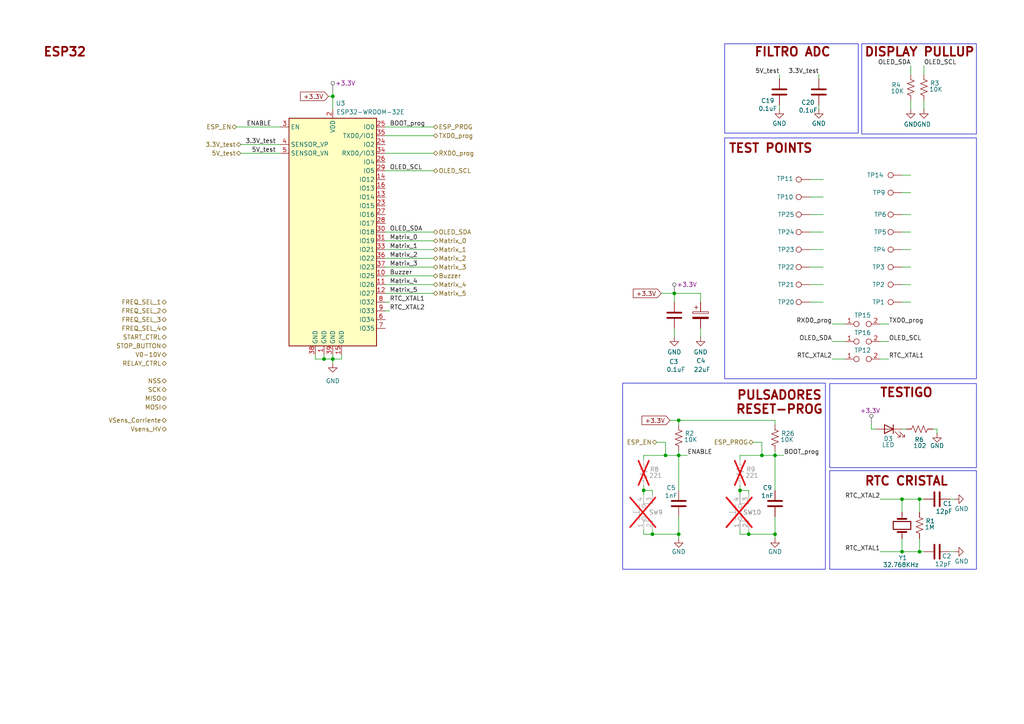
<source format=kicad_sch>
(kicad_sch (version 20250114) (generator "eeschema") (generator_version "9.0")
  (paper "A4")
  (lib_symbols
    (symbol "Connector:TestPoint" (pin_numbers (hide yes)) (pin_names (offset 0.762) (hide yes))
      (property "Reference" "TP" (at 0 6.858 0))
      (property "Value" "TestPoint" (at 0 5.08 0))
      (symbol "TestPoint_0_1"
        (circle (center 0 3.302) (radius 0.762))
      )
      (symbol "TestPoint_1_1"
        (pin passive line (at 0 0 90) (length 2.54) (name "1") (number "1"))
      )
    )
    (symbol "Connector:TestPoint_2Pole" (pin_names (offset 0.762) (hide yes))
      (property "Reference" "TP" (at 0 1.524 0))
      (property "Value" "TestPoint_2Pole" (at 0 -1.778 0))
      (symbol "TestPoint_2Pole_0_1"
        (circle (center -1.778 0) (radius 0.762))
        (circle (center 1.778 0) (radius 0.762))
        (pin passive line (at -5.08 0 0) (length 2.54) (name "1") (number "1"))
        (pin passive line (at 5.08 0 180) (length 2.54) (name "2") (number "2"))
      )
    )
    (symbol "Device:C" (pin_numbers (hide yes)) (pin_names (offset 0.254))
      (property "Reference" "C" (at 0.635 2.54 0))
      (property "Value" "C" (at 0.635 -2.54 0))
      (symbol "C_0_1"
        (polyline (pts (xy -2.032 0.762) (xy 2.032 0.762)) (stroke (width 0.508)))
        (polyline (pts (xy -2.032 -0.762) (xy 2.032 -0.762)) (stroke (width 0.508)))
      )
      (symbol "C_1_1"
        (pin passive line (at 0 3.81 270) (length 2.794) (name "~") (number "1"))
        (pin passive line (at 0 -3.81 90) (length 2.794) (name "~") (number "2"))
      )
    )
    (symbol "Device:C_Polarized" (pin_numbers (hide yes)) (pin_names (offset 0.254))
      (property "Reference" "C" (at 0.635 2.54 0))
      (property "Value" "C_Polarized" (at 0.635 -2.54 0))
      (symbol "C_Polarized_0_1"
        (rectangle (start -2.286 0.508) (end 2.286 1.016))
        (polyline (pts (xy -1.778 2.286) (xy -0.762 2.286)))
        (polyline (pts (xy -1.27 2.794) (xy -1.27 1.778)))
        (rectangle (start 2.286 -0.508) (end -2.286 -1.016) (fill (type outline)))
      )
      (symbol "C_Polarized_1_1"
        (pin passive line (at 0 3.81 270) (length 2.794) (name "~") (number "1"))
        (pin passive line (at 0 -3.81 90) (length 2.794) (name "~") (number "2"))
      )
    )
    (symbol "Device:Crystal" (pin_numbers (hide yes)) (pin_names (offset 1.016) (hide yes))
      (property "Reference" "Y" (at 0 3.81 0))
      (property "Value" "Crystal" (at 0 -3.81 0))
      (symbol "Crystal_0_1"
        (polyline (pts (xy -2.54 0) (xy -1.905 0)))
        (polyline (pts (xy -1.905 -1.27) (xy -1.905 1.27)) (stroke (width 0.508)))
        (rectangle (start -1.143 2.54) (end 1.143 -2.54) (stroke (width 0.3048)))
        (polyline (pts (xy 1.905 -1.27) (xy 1.905 1.27)) (stroke (width 0.508)))
        (polyline (pts (xy 2.54 0) (xy 1.905 0)))
      )
      (symbol "Crystal_1_1"
        (pin passive line (at -3.81 0 0) (length 1.27) (name "1") (number "1"))
        (pin passive line (at 3.81 0 180) (length 1.27) (name "2") (number "2"))
      )
    )
    (symbol "Device:LED" (pin_numbers (hide yes)) (pin_names (offset 1.016) (hide yes))
      (property "Reference" "D" (at 0 2.54 0))
      (property "Value" "LED" (at 0 -2.54 0))
      (symbol "LED_0_1"
        (polyline (pts (xy -3.048 -0.762) (xy -4.572 -2.286) (xy -3.81 -2.286) (xy -4.572 -2.286) (xy -4.572 -1.524)))
        (polyline (pts (xy -1.778 -0.762) (xy -3.302 -2.286) (xy -2.54 -2.286) (xy -3.302 -2.286) (xy -3.302 -1.524)))
        (polyline (pts (xy -1.27 0) (xy 1.27 0)))
        (polyline (pts (xy -1.27 -1.27) (xy -1.27 1.27)) (stroke (width 0.254)))
        (polyline (pts (xy 1.27 -1.27) (xy 1.27 1.27) (xy -1.27 0) (xy 1.27 -1.27)) (stroke (width 0.254)))
      )
      (symbol "LED_1_1"
        (pin passive line (at -3.81 0 0) (length 2.54) (name "K") (number "1"))
        (pin passive line (at 3.81 0 180) (length 2.54) (name "A") (number "2"))
      )
    )
    (symbol "Device:R_US" (pin_numbers (hide yes)) (pin_names (offset 0))
      (property "Reference" "R" (at 2.54 0 90))
      (property "Value" "R_US" (at -2.54 0 90))
      (symbol "R_US_0_1"
        (polyline (pts (xy 0 2.286) (xy 0 2.54)))
        (polyline (pts (xy 0 2.286) (xy 1.016 1.905) (xy 0 1.524) (xy -1.016 1.143) (xy 0 0.762)))
        (polyline (pts (xy 0 0.762) (xy 1.016 0.381) (xy 0 0) (xy -1.016 -0.381) (xy 0 -0.762)))
        (polyline (pts (xy 0 -0.762) (xy 1.016 -1.143) (xy 0 -1.524) (xy -1.016 -1.905) (xy 0 -2.286)))
        (polyline (pts (xy 0 -2.286) (xy 0 -2.54)))
      )
      (symbol "R_US_1_1"
        (pin passive line (at 0 3.81 270) (length 1.27) (name "~") (number "1"))
        (pin passive line (at 0 -3.81 90) (length 1.27) (name "~") (number "2"))
      )
    )
    (symbol "RF_Module:ESP32-WROOM-32E"
      (property "Reference" "U3" (at 2.1433 38.1 0))
      (property "Value" "ESP32-WROOM-32E" (at 2.1433 35.56 0))
      (symbol "ESP32-WROOM-32E_0_1"
        (rectangle (start -12.7 33.02) (end 12.7 -33.02) (stroke (width 0.254)) (fill (type background)))
      )
      (symbol "ESP32-WROOM-32E_1_1"
        (pin input line (at -15.24 30.48 0) (length 2.54) (name "EN") (number "3"))
        (pin input line (at -15.24 25.4 0) (length 2.54) (name "SENSOR_VP") (number "4"))
        (pin input line (at -15.24 22.86 0) (length 2.54) (name "SENSOR_VN") (number "5"))
        (pin no_connect line (at -12.7 0 0) (length 2.54) (hide yes) (name "NC") (number "21"))
        (pin no_connect line (at -12.7 -2.54 0) (length 2.54) (hide yes) (name "NC") (number "22"))
        (pin no_connect line (at -12.7 -5.08 0) (length 2.54) (hide yes) (name "NC") (number "17"))
        (pin no_connect line (at -12.7 -7.62 0) (length 2.54) (hide yes) (name "NC") (number "18"))
        (pin no_connect line (at -12.7 -10.16 0) (length 2.54) (hide yes) (name "NC") (number "20"))
        (pin no_connect line (at -12.7 -12.7 0) (length 2.54) (hide yes) (name "NC") (number "19"))
        (pin no_connect line (at -12.7 -27.94 0) (length 2.54) (hide yes) (name "NC") (number "32"))
        (pin passive line (at -5.08 -35.56 90) (length 2.54) (name "GND") (number "38"))
        (pin power_in line (at -2.54 -35.56 90) (length 2.54) (name "GND") (number "1"))
        (pin power_in line (at 0 35.56 270) (length 2.54) (name "VDD") (number "2"))
        (pin passive line (at 0 -35.56 90) (length 2.54) (name "GND") (number "39"))
        (pin passive line (at 2.54 -35.56 90) (length 2.54) (name "GND") (number "15"))
        (pin bidirectional line (at 15.24 30.48 180) (length 2.54) (name "IO0") (number "25"))
        (pin bidirectional line (at 15.24 27.94 180) (length 2.54) (name "TXD0/IO1") (number "35"))
        (pin bidirectional line (at 15.24 25.4 180) (length 2.54) (name "IO2") (number "24"))
        (pin bidirectional line (at 15.24 22.86 180) (length 2.54) (name "RXD0/IO3") (number "34"))
        (pin bidirectional line (at 15.24 20.32 180) (length 2.54) (name "IO4") (number "26"))
        (pin bidirectional line (at 15.24 17.78 180) (length 2.54) (name "IO5") (number "29"))
        (pin bidirectional line (at 15.24 15.24 180) (length 2.54) (name "IO12") (number "14"))
        (pin bidirectional line (at 15.24 12.7 180) (length 2.54) (name "IO13") (number "16"))
        (pin bidirectional line (at 15.24 10.16 180) (length 2.54) (name "IO14") (number "13"))
        (pin bidirectional line (at 15.24 7.62 180) (length 2.54) (name "IO15") (number "23"))
        (pin bidirectional line (at 15.24 5.08 180) (length 2.54) (name "IO16") (number "27"))
        (pin bidirectional line (at 15.24 2.54 180) (length 2.54) (name "IO17") (number "28"))
        (pin bidirectional line (at 15.24 0 180) (length 2.54) (name "IO18") (number "30"))
        (pin bidirectional line (at 15.24 -2.54 180) (length 2.54) (name "IO19") (number "31"))
        (pin bidirectional line (at 15.24 -5.08 180) (length 2.54) (name "IO21") (number "33"))
        (pin bidirectional line (at 15.24 -7.62 180) (length 2.54) (name "IO22") (number "36"))
        (pin bidirectional line (at 15.24 -10.16 180) (length 2.54) (name "IO23") (number "37"))
        (pin bidirectional line (at 15.24 -12.7 180) (length 2.54) (name "IO25") (number "10"))
        (pin bidirectional line (at 15.24 -15.24 180) (length 2.54) (name "IO26") (number "11"))
        (pin bidirectional line (at 15.24 -17.78 180) (length 2.54) (name "IO27") (number "12"))
        (pin bidirectional line (at 15.24 -20.32 180) (length 2.54) (name "IO32") (number "8"))
        (pin bidirectional line (at 15.24 -22.86 180) (length 2.54) (name "IO33") (number "9"))
        (pin input line (at 15.24 -25.4 180) (length 2.54) (name "IO34") (number "6"))
        (pin input line (at 15.24 -27.94 180) (length 2.54) (name "IO35") (number "7"))
      )
    )
    (symbol "Switch:SW_MEC_5E" (pin_names (offset 1.016) (hide yes))
      (property "Reference" "SW" (at 0.635 5.715 0))
      (property "Value" "SW_MEC_5E" (at 0 -3.175 0))
      (symbol "SW_MEC_5E_0_1"
        (polyline (pts (xy -2.54 0) (xy -2.54 2.54) (xy -2.286 2.54)))
        (polyline (pts (xy -2.286 3.81) (xy 2.286 3.81)))
        (circle (center -1.778 2.54) (radius 0.508))
        (polyline (pts (xy 0 3.81) (xy 0 5.588)))
        (circle (center 1.778 2.54) (radius 0.508))
        (polyline (pts (xy 2.54 0) (xy 2.54 2.54) (xy 2.286 2.54)))
        (pin passive line (at -5.08 2.54 0) (length 2.54) (name "1") (number "1"))
        (pin passive line (at -5.08 0 0) (length 2.54) (name "2") (number "2"))
        (pin passive line (at 5.08 2.54 180) (length 2.54) (name "A") (number "4"))
        (pin passive line (at 5.08 0 180) (length 2.54) (name "K") (number "3"))
      )
    )
    (symbol "power:GND" (power) (pin_numbers (hide yes)) (pin_names (offset 0) (hide yes))
      (property "Value" "GND" (at 0 -3.81 0))
      (symbol "GND_0_1"
        (polyline (pts (xy 0 0) (xy 0 -1.27) (xy 1.27 -1.27) (xy 0 -2.54) (xy -1.27 -1.27) (xy 0 -1.27)))
      )
      (symbol "GND_1_1"
        (pin power_in line (at 0 0 270) (length 0) (name "~") (number "1"))
      )
    )
  )
  (rectangle (start 249.936 12.7) (end 283.21 38.862))
  (rectangle (start 180.594 111.125) (end 239.395 165.1))
  (rectangle (start 210.185 40.005) (end 283.21 109.855))
  (rectangle (start 240.665 111.252) (end 283.21 135.636))
  (rectangle (start 210.185 12.7) (end 248.92 38.608))
  (rectangle (start 240.665 136.525) (end 283.21 165.1))
  (text "DISPLAY PULLUP" (at 266.7 15.24 0) (effects (font (size 2.54 2.54) (thickness 0.508) (bold yes))))
  (text "ESP32" (at 18.796 15.24 0) (effects (font (size 2.54 2.54) (thickness 0.508) (bold yes))))
  (text "FILTRO ADC" (at 229.87 15.24 0) (effects (font (size 2.54 2.54) (thickness 0.508) (bold yes))))
  (text "TESTIGO" (at 262.89 114.046 0) (effects (font (size 2.54 2.54) (thickness 0.508) (bold yes))))
  (text "PULSADORES\nRESET-PROG" (at 226.06 116.84 0) (effects (font (size 2.54 2.54) (thickness 0.508) (bold yes))))
  (text "TEST POINTS" (at 223.52 43.18 0) (effects (font (size 2.54 2.54) (thickness 0.508) (bold yes))))
  (text "RTC CRISTAL" (at 262.89 139.7 0) (effects (font (size 2.54 2.54) (thickness 0.508) (bold yes))))
  (junction (at 195.58 85.09))
  (junction (at 196.85 132.08))
  (junction (at 266.7 160.02))
  (junction (at 224.79 154.94))
  (junction (at 266.7 144.78))
  (junction (at 189.23 154.94))
  (junction (at 196.85 121.92))
  (junction (at 93.98 104.14))
  (junction (at 96.52 104.14))
  (junction (at 220.98 132.08))
  (junction (at 214.63 142.24))
  (junction (at 217.17 154.94))
  (junction (at 186.69 142.24))
  (junction (at 261.62 160.02))
  (junction (at 193.04 132.08))
  (junction (at 196.85 154.94))
  (junction (at 224.79 132.08))
  (junction (at 261.62 144.78))
  (junction (at 96.52 27.94))
  (wire (pts (xy 91.44 104.14) (xy 93.98 104.14)))
  (wire (pts (xy 96.52 105.41) (xy 96.52 104.14)))
  (wire (pts (xy 238.76 87.63) (xy 234.95 87.63)))
  (wire (pts (xy 214.63 132.08) (xy 220.98 132.08)))
  (wire (pts (xy 193.04 128.27) (xy 193.04 132.08)))
  (wire (pts (xy 220.98 132.08) (xy 224.79 132.08)))
  (wire (pts (xy 214.63 132.08) (xy 214.63 133.35)))
  (wire (pts (xy 189.23 154.94) (xy 196.85 154.94)))
  (wire (pts (xy 214.63 142.24) (xy 217.17 142.24)))
  (wire (pts (xy 193.04 132.08) (xy 196.85 132.08)))
  (wire (pts (xy 195.58 95.25) (xy 195.58 97.79)))
  (wire (pts (xy 224.79 132.08) (xy 227.33 132.08)))
  (wire (pts (xy 195.58 85.09) (xy 203.2 85.09)))
  (wire (pts (xy 196.85 154.94) (xy 196.85 156.21)))
  (wire (pts (xy 111.76 39.37) (xy 125.73 39.37)))
  (wire (pts (xy 266.7 160.02) (xy 267.97 160.02)))
  (wire (pts (xy 261.62 160.02) (xy 266.7 160.02)))
  (wire (pts (xy 195.58 87.63) (xy 195.58 85.09)))
  (wire (pts (xy 217.17 154.94) (xy 217.17 153.67)))
  (wire (pts (xy 93.98 104.14) (xy 96.52 104.14)))
  (wire (pts (xy 261.62 124.46) (xy 262.89 124.46)))
  (wire (pts (xy 264.16 82.55) (xy 261.62 82.55)))
  (wire (pts (xy 217.17 143.51) (xy 217.17 142.24)))
  (wire (pts (xy 214.63 154.94) (xy 217.17 154.94)))
  (wire (pts (xy 111.76 77.47) (xy 125.73 77.47)))
  (wire (pts (xy 264.16 87.63) (xy 261.62 87.63)))
  (wire (pts (xy 186.69 132.08) (xy 186.69 133.35)))
  (wire (pts (xy 111.76 36.83) (xy 125.73 36.83)))
  (wire (pts (xy 261.62 144.78) (xy 266.7 144.78)))
  (wire (pts (xy 111.76 67.31) (xy 125.73 67.31)))
  (wire (pts (xy 264.16 62.23) (xy 261.62 62.23)))
  (wire (pts (xy 241.3 93.98) (xy 245.11 93.98)))
  (wire (pts (xy 224.79 154.94) (xy 224.79 156.21)))
  (wire (pts (xy 238.76 82.55) (xy 234.95 82.55)))
  (wire (pts (xy 266.7 144.78) (xy 266.7 148.59)))
  (wire (pts (xy 111.76 49.53) (xy 125.73 49.53)))
  (wire (pts (xy 267.97 19.05) (xy 267.97 21.59)))
  (wire (pts (xy 111.76 87.63) (xy 113.03 87.63)))
  (wire (pts (xy 91.44 102.87) (xy 91.44 104.14)))
  (wire (pts (xy 99.06 102.87) (xy 99.06 104.14)))
  (wire (pts (xy 93.98 102.87) (xy 93.98 104.14)))
  (wire (pts (xy 196.85 130.81) (xy 196.85 132.08)))
  (wire (pts (xy 214.63 140.97) (xy 214.63 142.24)))
  (wire (pts (xy 275.59 160.02) (xy 276.86 160.02)))
  (wire (pts (xy 111.76 80.01) (xy 125.73 80.01)))
  (wire (pts (xy 111.76 74.93) (xy 125.73 74.93)))
  (wire (pts (xy 214.63 142.24) (xy 214.63 143.51)))
  (wire (pts (xy 218.44 128.27) (xy 220.98 128.27)))
  (wire (pts (xy 189.23 154.94) (xy 189.23 153.67)))
  (wire (pts (xy 224.79 130.81) (xy 224.79 132.08)))
  (wire (pts (xy 196.85 132.08) (xy 196.85 142.24)))
  (wire (pts (xy 191.77 85.09) (xy 195.58 85.09)))
  (wire (pts (xy 264.16 77.47) (xy 261.62 77.47)))
  (wire (pts (xy 111.76 90.17) (xy 113.03 90.17)))
  (wire (pts (xy 237.49 31.75) (xy 237.49 30.48)))
  (wire (pts (xy 238.76 77.47) (xy 234.95 77.47)))
  (wire (pts (xy 111.76 82.55) (xy 125.73 82.55)))
  (wire (pts (xy 96.52 104.14) (xy 96.52 102.87)))
  (wire (pts (xy 69.85 44.45) (xy 81.28 44.45)))
  (wire (pts (xy 255.27 160.02) (xy 261.62 160.02)))
  (wire (pts (xy 226.06 22.86) (xy 226.06 21.59)))
  (wire (pts (xy 238.76 52.07) (xy 234.95 52.07)))
  (wire (pts (xy 237.49 22.86) (xy 237.49 21.59)))
  (wire (pts (xy 186.69 140.97) (xy 186.69 142.24)))
  (wire (pts (xy 186.69 132.08) (xy 193.04 132.08)))
  (wire (pts (xy 257.81 99.06) (xy 255.27 99.06)))
  (wire (pts (xy 271.78 124.46) (xy 270.51 124.46)))
  (wire (pts (xy 264.16 50.8) (xy 261.62 50.8)))
  (wire (pts (xy 189.23 143.51) (xy 189.23 142.24)))
  (wire (pts (xy 111.76 72.39) (xy 125.73 72.39)))
  (wire (pts (xy 226.06 31.75) (xy 226.06 30.48)))
  (wire (pts (xy 271.78 125.73) (xy 271.78 124.46)))
  (wire (pts (xy 111.76 85.09) (xy 125.73 85.09)))
  (wire (pts (xy 217.17 154.94) (xy 224.79 154.94)))
  (wire (pts (xy 111.76 69.85) (xy 125.73 69.85)))
  (wire (pts (xy 264.16 55.88) (xy 261.62 55.88)))
  (wire (pts (xy 261.62 144.78) (xy 261.62 148.59)))
  (wire (pts (xy 190.5 128.27) (xy 193.04 128.27)))
  (wire (pts (xy 194.31 121.92) (xy 196.85 121.92)))
  (wire (pts (xy 266.7 156.21) (xy 266.7 160.02)))
  (wire (pts (xy 220.98 128.27) (xy 220.98 132.08)))
  (wire (pts (xy 214.63 154.94) (xy 214.63 153.67)))
  (wire (pts (xy 241.3 99.06) (xy 245.11 99.06)))
  (wire (pts (xy 186.69 142.24) (xy 189.23 142.24)))
  (wire (pts (xy 255.27 144.78) (xy 261.62 144.78)))
  (wire (pts (xy 264.16 19.05) (xy 264.16 21.59)))
  (wire (pts (xy 238.76 62.23) (xy 234.95 62.23)))
  (wire (pts (xy 196.85 149.86) (xy 196.85 154.94)))
  (wire (pts (xy 266.7 144.78) (xy 267.97 144.78)))
  (wire (pts (xy 96.52 104.14) (xy 99.06 104.14)))
  (wire (pts (xy 186.69 154.94) (xy 189.23 154.94)))
  (wire (pts (xy 252.73 123.19) (xy 252.73 124.46)))
  (wire (pts (xy 241.3 104.14) (xy 245.11 104.14)))
  (wire (pts (xy 186.69 154.94) (xy 186.69 153.67)))
  (wire (pts (xy 203.2 95.25) (xy 203.2 97.79)))
  (wire (pts (xy 261.62 156.21) (xy 261.62 160.02)))
  (wire (pts (xy 224.79 149.86) (xy 224.79 154.94)))
  (wire (pts (xy 238.76 72.39) (xy 234.95 72.39)))
  (wire (pts (xy 96.52 26.67) (xy 96.52 27.94)))
  (wire (pts (xy 224.79 132.08) (xy 224.79 142.24)))
  (wire (pts (xy 68.58 36.83) (xy 81.28 36.83)))
  (wire (pts (xy 203.2 85.09) (xy 203.2 87.63)))
  (wire (pts (xy 275.59 144.78) (xy 276.86 144.78)))
  (wire (pts (xy 257.81 104.14) (xy 255.27 104.14)))
  (wire (pts (xy 257.81 93.98) (xy 255.27 93.98)))
  (wire (pts (xy 96.52 27.94) (xy 96.52 31.75)))
  (wire (pts (xy 264.16 67.31) (xy 261.62 67.31)))
  (wire (pts (xy 252.73 124.46) (xy 254 124.46)))
  (wire (pts (xy 238.76 67.31) (xy 234.95 67.31)))
  (wire (pts (xy 196.85 121.92) (xy 196.85 123.19)))
  (wire (pts (xy 264.16 31.75) (xy 264.16 29.21)))
  (wire (pts (xy 264.16 72.39) (xy 261.62 72.39)))
  (wire (pts (xy 196.85 132.08) (xy 199.39 132.08)))
  (wire (pts (xy 224.79 123.19) (xy 224.79 121.92)))
  (wire (pts (xy 267.97 31.75) (xy 267.97 29.21)))
  (wire (pts (xy 95.25 27.94) (xy 96.52 27.94)))
  (wire (pts (xy 111.76 44.45) (xy 125.73 44.45)))
  (wire (pts (xy 186.69 142.24) (xy 186.69 143.51)))
  (wire (pts (xy 196.85 121.92) (xy 224.79 121.92)))
  (wire (pts (xy 238.76 57.15) (xy 234.95 57.15)))
  (wire (pts (xy 69.85 41.91) (xy 81.28 41.91)))
  (label "Matrix_3" (at 113.03 77.47 0))
  (label "Matrix_2" (at 113.03 74.93 0))
  (label "OLED_SCL" (at 113.03 49.53 0))
  (label "RTC_XTAL2" (at 241.3 104.14 180))
  (label "Matrix_5" (at 113.03 85.09 0))
  (label "5V_test" (at 80.01 44.45 180))
  (label "Matrix_1" (at 113.03 72.39 0))
  (label "OLED_SDA" (at 241.3 99.06 180))
  (label "RTC_XTAL1" (at 255.27 160.02 180))
  (label "TXD0_prog" (at 257.81 93.98 0))
  (label "OLED_SDA" (at 113.03 67.31 0))
  (label "RXD0_prog" (at 241.3 93.98 180))
  (label "ENABLE" (at 199.39 132.08 0))
  (label "5V_test" (at 226.06 21.59 180))
  (label "BOOT_prog" (at 113.03 36.83 0))
  (label "ENABLE" (at 78.74 36.83 180))
  (label "Matrix_0" (at 113.03 69.85 0))
  (label "Buzzer" (at 113.03 80.01 0))
  (label "RTC_XTAL2" (at 113.03 90.17 0))
  (label "3.3V_test" (at 80.01 41.91 180))
  (label "RTC_XTAL1" (at 257.81 104.14 0))
  (label "Matrix_4" (at 113.03 82.55 0))
  (label "RTC_XTAL1" (at 113.03 87.63 0))
  (label "OLED_SCL" (at 257.81 99.06 0))
  (label "BOOT_prog" (at 227.33 132.08 0))
  (label "RTC_XTAL2" (at 255.27 144.78 180))
  (label "OLED_SCL" (at 267.97 19.05 0))
  (label "OLED_SDA" (at 264.16 19.05 180))
  (label "3.3V_test" (at 237.49 21.59 180))
  (global_label "+3.3V" (shape input) (at 191.77 85.09 180) (property "Intersheetrefs" "${INTERSHEET_REFS}" (effects (hide yes))))
  (global_label "+3.3V" (shape input) (at 194.31 121.92 180) (property "Intersheetrefs" "${INTERSHEET_REFS}" (effects (hide yes))))
  (global_label "+3.3V" (shape input) (at 95.25 27.94 180) (property "Intersheetrefs" "${INTERSHEET_REFS}" (effects (hide yes))))
  (hierarchical_label "FREQ_SEL_3" (shape bidirectional) (at 48.26 92.71 180))
  (hierarchical_label "V0-10V" (shape bidirectional) (at 48.26 102.87 180))
  (hierarchical_label "Matrix_3" (shape bidirectional) (at 125.73 77.47 0))
  (hierarchical_label "MOSI" (shape bidirectional) (at 48.26 118.11 180))
  (hierarchical_label "START_CTRL" (shape bidirectional) (at 48.26 97.79 180))
  (hierarchical_label "ESP_EN" (shape bidirectional) (at 190.5 128.27 180))
  (hierarchical_label "Matrix_2" (shape bidirectional) (at 125.73 74.93 0))
  (hierarchical_label "OLED_SCL" (shape bidirectional) (at 125.73 49.53 0))
  (hierarchical_label "FREQ_SEL_2" (shape bidirectional) (at 48.26 90.17 180))
  (hierarchical_label "Matrix_0" (shape bidirectional) (at 125.73 69.85 0))
  (hierarchical_label "FREQ_SEL_1" (shape bidirectional) (at 48.26 87.63 180))
  (hierarchical_label "RELAY_CTRL" (shape bidirectional) (at 48.26 105.41 180))
  (hierarchical_label "TXD0_prog" (shape bidirectional) (at 125.73 39.37 0))
  (hierarchical_label "FREQ_SEL_4" (shape bidirectional) (at 48.26 95.25 180))
  (hierarchical_label "NSS" (shape bidirectional) (at 48.26 110.49 180))
  (hierarchical_label "ESP_EN" (shape bidirectional) (at 68.58 36.83 180))
  (hierarchical_label "STOP_BUTTON" (shape bidirectional) (at 48.26 100.33 180))
  (hierarchical_label "RXD0_prog" (shape bidirectional) (at 125.73 44.45 0))
  (hierarchical_label "Matrix_5" (shape bidirectional) (at 125.73 85.09 0))
  (hierarchical_label "ESP_PROG" (shape bidirectional) (at 218.44 128.27 180))
  (hierarchical_label "VSens_Corriente" (shape bidirectional) (at 48.26 121.92 180))
  (hierarchical_label "Matrix_4" (shape bidirectional) (at 125.73 82.55 0))
  (hierarchical_label "5V_test" (shape bidirectional) (at 69.85 44.45 180))
  (hierarchical_label "ESP_PROG" (shape bidirectional) (at 125.73 36.83 0))
  (hierarchical_label "OLED_SDA" (shape bidirectional) (at 125.73 67.31 0))
  (hierarchical_label "MISO" (shape bidirectional) (at 48.26 115.57 180))
  (hierarchical_label "SCK" (shape bidirectional) (at 48.26 113.03 180))
  (hierarchical_label "Buzzer" (shape bidirectional) (at 125.73 80.01 0))
  (hierarchical_label "Vsens_HV" (shape bidirectional) (at 48.26 124.46 180))
  (hierarchical_label "3.3V_test" (shape bidirectional) (at 69.85 41.91 180))
  (hierarchical_label "Matrix_1" (shape bidirectional) (at 125.73 72.39 0))
  (netclass_flag "" (length 2.54) (shape round) (at 195.58 85.09 0) (property "Netclass" "+3.3V" (at 196.2785 82.55 0) (effects (justify left))))
  (netclass_flag "" (length 2.54) (shape round) (at 96.52 26.67 0) (property "Netclass" "+3.3V" (at 97.2185 24.13 0) (effects (justify left))))
  (netclass_flag "" (length 2.54) (shape round) (at 252.73 123.19 0) (property "Netclass" "+3.3V" (at 249.428 119.126 0) (effects (justify left))))
  (symbol (lib_id "Connector:TestPoint") (at 261.62 67.31 90) (unit 1)
    (property "Reference" "TP5" (at 253.492 67.31 90) (effects (justify right)))
    (property "Value" "TestPoint" (effects (hide yes)))
    (property "Footprint" "Connector_Pin:Pin_D0.7mm_L6.5mm_W1.8mm_FlatFork" (effects (hide yes)))
    (property "Description" "test point" (effects (hide yes)))
  )
  (symbol (lib_id "power:GND") (at 267.97 31.75 0) (unit 1)
    (property "Reference" "#PWR014" (effects (hide yes)))
    (property "Value" "GND" (at 267.97 36.068 0))
    (property "Description" "Power symbol creates a global label with name \"GND\" , ground" (effects (hide yes)))
  )
  (symbol (lib_id "Device:R_US") (at 266.7 152.4 0) (unit 1)
    (property "Reference" "R1" (at 268.478 151.13 0) (effects (justify left)))
    (property "Value" "1M" (at 268.224 152.908 0) (effects (justify left)))
    (property "Description" "Resistor, US symbol" (effects (hide yes)))
  )
  (symbol (lib_id "Device:R_US") (at 196.85 127 0) (unit 1)
    (property "Reference" "R2" (at 198.628 125.73 0) (effects (justify left)))
    (property "Value" "10K" (at 198.374 127.508 0) (effects (justify left)))
    (property "Description" "Resistor, US symbol" (effects (hide yes)))
  )
  (symbol (lib_id "Device:R_US") (at 264.16 25.4 0) (unit 1)
    (property "Reference" "R4" (at 258.572 24.638 0) (effects (justify left)))
    (property "Value" "10K" (at 258.318 26.416 0) (effects (justify left)))
    (property "Description" "Resistor, US symbol" (effects (hide yes)))
  )
  (symbol (lib_id "Connector:TestPoint") (at 261.62 87.63 90) (unit 1)
    (property "Reference" "TP1" (at 252.984 87.63 90) (effects (justify right)))
    (property "Value" "TestPoint" (effects (hide yes)))
    (property "Footprint" "Connector_Pin:Pin_D0.7mm_L6.5mm_W1.8mm_FlatFork" (effects (hide yes)))
    (property "Description" "test point" (effects (hide yes)))
  )
  (symbol (lib_id "Device:LED") (at 257.81 124.46 0) (mirror y) (unit 1)
    (property "Reference" "D3" (at 256.286 127.254 0) (effects (justify right)))
    (property "Value" "LED" (at 255.778 129.032 0) (effects (justify right)))
    (property "Footprint" "LED_SMD:LED_0805_2012Metric_Pad1.15x1.40mm_HandSolder" (effects (hide yes)))
    (property "Datasheet" "./Dialight_CBI_data_599-0805_Apr2018.pdf" (effects (hide yes)))
    (property "Description" "Light emitting diode" (effects (hide yes)))
    (property "Sim.Pins" "1=K 2=A" (effects (hide yes)))
    (property "Price" "0.31" (effects (hide yes)))
    (property "currier" "https://ar.mouser.com/ProductDetail/Dialight/599-0110-007F?qs=gTYE2QTfZfS0HtheKY0LlQ%3D%3D" (effects (hide yes)))
  )
  (symbol (lib_id "Device:C") (at 271.78 144.78 90) (unit 1)
    (property "Reference" "C1" (at 274.828 146.05 90))
    (property "Value" "12pF" (at 273.812 148.336 90))
    (property "Footprint" "Capacitor_SMD:C_0603_1608Metric" (effects (hide yes)))
    (property "Datasheet" "https://ar.mouser.com/datasheet/2/40/X7RDielectric-2943470.pdf" (effects (hide yes)))
    (property "Description" "Unpolarized capacitor" (effects (hide yes)))
    (property "Price" "0.1" (effects (hide yes)))
    (property "currier" "https://ar.mouser.com/ProductDetail/KYOCERA-AVX/06036C120KAT4A?qs=qVfB0%2FDaMDZsT7pNHuMdtg%3D%3D" (effects (hide yes)))
  )
  (symbol (lib_id "power:GND") (at 196.85 156.21 0) (unit 1)
    (property "Reference" "#PWR05" (effects (hide yes)))
    (property "Value" "GND" (at 196.85 160.02 0))
    (property "Description" "Power symbol creates a global label with name \"GND\" , ground" (effects (hide yes)))
  )
  (symbol (lib_id "Connector:TestPoint") (at 261.62 72.39 90) (unit 1)
    (property "Reference" "TP4" (at 253.238 72.39 90) (effects (justify right)))
    (property "Value" "TestPoint" (effects (hide yes)))
    (property "Footprint" "Connector_Pin:Pin_D0.7mm_L6.5mm_W1.8mm_FlatFork" (effects (hide yes)))
    (property "Description" "test point" (effects (hide yes)))
  )
  (symbol (lib_id "power:GND") (at 96.52 105.41 0) (unit 1)
    (property "Reference" "#PWR08" (effects (hide yes)))
    (property "Value" "GND" (at 96.52 110.49 0))
    (property "Description" "Power symbol creates a global label with name \"GND\" , ground" (effects (hide yes)))
  )
  (symbol (lib_id "Device:Crystal") (at 261.62 152.4 90) (unit 1)
    (property "Reference" "Y1" (at 260.604 161.798 90) (effects (justify right)))
    (property "Value" "32.768KHz" (at 256.032 163.83 90) (effects (justify right)))
    (property "Datasheet" "https://www.vishay.com/docs/35071/xt13.pdf" (effects (hide yes)))
    (property "Description" "Two pin crystal" (effects (hide yes)))
    (property "Price" "0.53" (effects (hide yes)))
    (property "currier" "https://ar.mouser.com/ProductDetail/70-XT1312HHRXX32K76E" (effects (hide yes)))
  )
  (symbol (lib_id "power:GND") (at 264.16 31.75 0) (unit 1)
    (property "Reference" "#PWR013" (effects (hide yes)))
    (property "Value" "GND" (at 264.16 36.068 0))
    (property "Description" "Power symbol creates a global label with name \"GND\" , ground" (effects (hide yes)))
  )
  (symbol (lib_id "power:GND") (at 224.79 156.21 0) (unit 1)
    (property "Reference" "#PWR015" (effects (hide yes)))
    (property "Value" "GND" (at 224.79 160.02 0))
    (property "Description" "Power symbol creates a global label with name \"GND\" , ground" (effects (hide yes)))
  )
  (symbol (lib_id "power:GND") (at 276.86 144.78 90) (unit 1)
    (property "Reference" "#PWR01" (effects (hide yes)))
    (property "Value" "GND" (at 276.86 147.574 90) (effects (justify right)))
    (property "Description" "Power symbol creates a global label with name \"GND\" , ground" (effects (hide yes)))
  )
  (symbol (lib_id "Device:C") (at 237.49 26.67 0) (unit 1)
    (property "Reference" "C20" (at 232.41 29.718 0) (effects (justify left)))
    (property "Value" "0.1uF" (at 231.648 32.004 0) (effects (justify left)))
    (property "Footprint" "Capacitor_SMD:C_0603_1608Metric" (effects (hide yes)))
    (property "Datasheet" "https://ar.mouser.com/datasheet/2/447/UPY_GPHC_X7R_6_3V_to_250V_24-3441574.pdf" (effects (hide yes)))
    (property "Description" "Unpolarized capacitor" (effects (hide yes)))
    (property "Price" "0.1" (effects (hide yes)))
    (property "currier" "https://ar.mouser.com/ProductDetail/YAGEO/CC0603KRX7R7BB104?qs=AgBp2OyFlx8KPmNTlFoWXA%3D%3D" (effects (hide yes)))
  )
  (symbol (lib_id "Connector:TestPoint") (at 261.62 62.23 90) (unit 1)
    (property "Reference" "TP6" (at 253.492 62.23 90) (effects (justify right)))
    (property "Value" "TestPoint" (effects (hide yes)))
    (property "Footprint" "Connector_Pin:Pin_D0.7mm_L6.5mm_W1.8mm_FlatFork" (effects (hide yes)))
    (property "Description" "test point" (effects (hide yes)))
  )
  (symbol (lib_id "Connector:TestPoint_2Pole") (at 250.19 104.14 0) (unit 1)
    (property "Reference" "TP12" (at 250.19 101.6 0))
    (property "Value" "TestPoint_2Pole" (effects (hide yes)))
    (property "Description" "2-polar test point" (effects (hide yes)))
    (property "Sim.Library" ".\\" (effects (hide yes)))
  )
  (symbol (lib_id "Device:R_US") (at 214.63 137.16 0) (unit 1) (dnp yes)
    (property "Reference" "R9" (at 216.408 136.144 0) (effects (justify left)))
    (property "Value" "221" (at 216.154 137.922 0) (effects (justify left)))
    (property "Description" "Resistor, US symbol" (effects (hide yes)))
  )
  (symbol (lib_id "Connector:TestPoint") (at 261.62 82.55 90) (unit 1)
    (property "Reference" "TP2" (at 252.984 82.55 90) (effects (justify right)))
    (property "Value" "TestPoint" (effects (hide yes)))
    (property "Footprint" "Connector_Pin:Pin_D0.7mm_L6.5mm_W1.8mm_FlatFork" (effects (hide yes)))
    (property "Description" "test point" (effects (hide yes)))
  )
  (symbol (lib_id "Connector:TestPoint") (at 234.95 72.39 90) (unit 1)
    (property "Reference" "TP23" (at 225.552 72.39 90) (effects (justify right)))
    (property "Value" "TestPoint" (effects (hide yes)))
    (property "Footprint" "Connector_Pin:Pin_D0.7mm_L6.5mm_W1.8mm_FlatFork" (effects (hide yes)))
    (property "Description" "test point" (effects (hide yes)))
  )
  (symbol (lib_id "Connector:TestPoint") (at 234.95 82.55 90) (unit 1)
    (property "Reference" "TP21" (at 225.552 82.55 90) (effects (justify right)))
    (property "Value" "TestPoint" (effects (hide yes)))
    (property "Footprint" "Connector_Pin:Pin_D0.7mm_L6.5mm_W1.8mm_FlatFork" (effects (hide yes)))
    (property "Description" "test point" (effects (hide yes)))
  )
  (symbol (lib_id "Device:C") (at 226.06 26.67 0) (unit 1)
    (property "Reference" "C19" (at 220.726 29.21 0) (effects (justify left)))
    (property "Value" "0.1uF" (at 219.964 31.496 0) (effects (justify left)))
    (property "Footprint" "Capacitor_SMD:C_0603_1608Metric" (effects (hide yes)))
    (property "Datasheet" "https://ar.mouser.com/datasheet/2/447/UPY_GPHC_X7R_6_3V_to_250V_24-3441574.pdf" (effects (hide yes)))
    (property "Description" "Unpolarized capacitor" (effects (hide yes)))
    (property "Price" "0.1" (effects (hide yes)))
    (property "currier" "https://ar.mouser.com/ProductDetail/YAGEO/CC0603KRX7R7BB104?qs=AgBp2OyFlx8KPmNTlFoWXA%3D%3D" (effects (hide yes)))
  )
  (symbol (lib_id "power:GND") (at 195.58 97.79 0) (unit 1)
    (property "Reference" "#PWR07" (effects (hide yes)))
    (property "Value" "GND" (at 195.58 102.108 0))
    (property "Description" "Power symbol creates a global label with name \"GND\" , ground" (effects (hide yes)))
  )
  (symbol (lib_id "Device:R_US") (at 267.97 25.4 0) (unit 1)
    (property "Reference" "R3" (at 269.748 24.13 0) (effects (justify left)))
    (property "Value" "10K" (at 269.494 25.908 0) (effects (justify left)))
    (property "Description" "Resistor, US symbol" (effects (hide yes)))
  )
  (symbol (lib_id "Device:R_US") (at 186.69 137.16 0) (unit 1) (dnp yes)
    (property "Reference" "R8" (at 188.468 136.144 0) (effects (justify left)))
    (property "Value" "221" (at 188.214 137.922 0) (effects (justify left)))
    (property "Description" "Resistor, US symbol" (effects (hide yes)))
  )
  (symbol (lib_id "Connector:TestPoint") (at 234.95 67.31 90) (unit 1)
    (property "Reference" "TP24" (at 225.552 67.31 90) (effects (justify right)))
    (property "Value" "TestPoint" (effects (hide yes)))
    (property "Footprint" "Connector_Pin:Pin_D0.7mm_L6.5mm_W1.8mm_FlatFork" (effects (hide yes)))
    (property "Description" "test point" (effects (hide yes)))
  )
  (symbol (lib_id "Connector:TestPoint_2Pole") (at 250.19 99.06 0) (unit 1)
    (property "Reference" "TP16" (at 250.19 96.52 0))
    (property "Value" "TestPoint_2Pole" (effects (hide yes)))
    (property "Description" "2-polar test point" (effects (hide yes)))
    (property "Sim.Library" ".\\" (effects (hide yes)))
  )
  (symbol (lib_id "Device:R_US") (at 224.79 127 0) (unit 1)
    (property "Reference" "R26" (at 226.568 125.73 0) (effects (justify left)))
    (property "Value" "10K" (at 226.314 127.508 0) (effects (justify left)))
    (property "Description" "Resistor, US symbol" (effects (hide yes)))
  )
  (symbol (lib_id "power:GND") (at 271.78 125.73 0) (unit 1)
    (property "Reference" "#PWR02" (effects (hide yes)))
    (property "Value" "GND" (at 271.78 129.286 0))
    (property "Description" "Power symbol creates a global label with name \"GND\" , ground" (effects (hide yes)))
  )
  (symbol (lib_id "Connector:TestPoint") (at 234.95 57.15 90) (unit 1)
    (property "Reference" "TP10" (at 230.124 57.15 90) (effects (justify left)))
    (property "Value" "TestPoint" (effects (hide yes)))
    (property "Footprint" "Connector_Pin:Pin_D0.7mm_L6.5mm_W1.8mm_FlatFork" (effects (hide yes)))
    (property "Description" "test point" (effects (hide yes)))
  )
  (symbol (lib_id "Device:C") (at 271.78 160.02 270) (unit 1)
    (property "Reference" "C2" (at 274.574 161.29 90))
    (property "Value" "12pF" (at 273.558 163.576 90))
    (property "Footprint" "Capacitor_SMD:C_0603_1608Metric" (effects (hide yes)))
    (property "Datasheet" "https://ar.mouser.com/datasheet/2/40/X7RDielectric-2943470.pdf" (effects (hide yes)))
    (property "Description" "Unpolarized capacitor" (effects (hide yes)))
    (property "Price" "0.1" (effects (hide yes)))
    (property "currier" "https://ar.mouser.com/ProductDetail/KYOCERA-AVX/06036C120KAT4A?qs=qVfB0%2FDaMDZsT7pNHuMdtg%3D%3D" (effects (hide yes)))
  )
  (symbol (lib_id "Connector:TestPoint") (at 234.95 62.23 90) (unit 1)
    (property "Reference" "TP25" (at 225.552 62.23 90) (effects (justify right)))
    (property "Value" "TestPoint" (effects (hide yes)))
    (property "Footprint" "Connector_Pin:Pin_D0.7mm_L6.5mm_W1.8mm_FlatFork" (effects (hide yes)))
    (property "Description" "test point" (effects (hide yes)))
  )
  (symbol (lib_id "power:GND") (at 203.2 97.79 0) (unit 1)
    (property "Reference" "#PWR06" (effects (hide yes)))
    (property "Value" "GND" (at 203.2 102.108 0))
    (property "Description" "Power symbol creates a global label with name \"GND\" , ground" (effects (hide yes)))
  )
  (symbol (lib_id "Switch:SW_MEC_5E") (at 217.17 148.59 90) (unit 1) (dnp yes)
    (property "Reference" "SW10" (at 218.186 148.59 90))
    (property "Value" "SW_MEC_5E" (effects (hide yes)))
    (property "Footprint" "Button_Switch_SMD:SW_MEC_5GSH9" (effects (hide yes)))
    (property "Datasheet" "https://ar.mouser.com/datasheet/2/1628/ts34-3555519.pdf" (effects (hide yes)))
    (property "Description" "MEC 5E single pole normally-open tactile switch" (effects (hide yes)))
    (property "Price" "0.29" (effects (hide yes)))
    (property "currier" "https://ar.mouser.com/ProductDetail/Same-Sky/TS34-62-35-BK-100-SMT-TR?qs=efUn273yAhdTNfYlp2kkeg%3D%3D" (effects (hide yes)))
  )
  (symbol (lib_id "Connector:TestPoint") (at 261.62 55.88 90) (unit 1)
    (property "Reference" "TP9" (at 256.794 55.88 90) (effects (justify left)))
    (property "Value" "TestPoint" (effects (hide yes)))
    (property "Footprint" "Connector_Pin:Pin_D0.7mm_L6.5mm_W1.8mm_FlatFork" (effects (hide yes)))
    (property "Description" "test point" (effects (hide yes)))
  )
  (symbol (lib_id "Connector:TestPoint_2Pole") (at 250.19 93.98 0) (unit 1)
    (property "Reference" "TP15" (at 250.19 91.44 0))
    (property "Value" "TestPoint_2Pole" (effects (hide yes)))
    (property "Description" "2-polar test point" (effects (hide yes)))
    (property "Sim.Library" ".\\" (effects (hide yes)))
  )
  (symbol (lib_id "Connector:TestPoint") (at 234.95 52.07 90) (unit 1)
    (property "Reference" "TP11" (at 230.124 51.816 90) (effects (justify left)))
    (property "Value" "TestPoint" (effects (hide yes)))
    (property "Footprint" "Connector_Pin:Pin_D0.7mm_L6.5mm_W1.8mm_FlatFork" (effects (hide yes)))
    (property "Description" "test point" (effects (hide yes)))
  )
  (symbol (lib_id "power:GND") (at 276.86 160.02 90) (unit 1)
    (property "Reference" "#PWR03" (effects (hide yes)))
    (property "Value" "GND" (at 276.86 162.814 90) (effects (justify right)))
    (property "Description" "Power symbol creates a global label with name \"GND\" , ground" (effects (hide yes)))
  )
  (symbol (lib_id "Device:C_Polarized") (at 203.2 91.44 0) (unit 1)
    (property "Reference" "C4" (at 201.93 104.648 0) (effects (justify left)))
    (property "Value" "22uF" (at 201.168 107.188 0) (effects (justify left)))
    (property "Footprint" "Capacitor_SMD:C_1206_3216Metric" (effects (hide yes)))
    (property "Datasheet" "https://ar.mouser.com/datasheet/2/396/mlcc02_e-1307760.pdf" (effects (hide yes)))
    (property "Description" "Polarized capacitor" (effects (hide yes)))
    (property "Price" "0.6" (effects (hide yes)))
    (property "currier" "https://ar.mouser.com/ProductDetail/TAIYO-YUDEN/EMK316BB7226ML-T?qs=EPmvyOv1YlPvyo1ebMxtFg%3D%3D" (effects (hide yes)))
  )
  (symbol (lib_id "Connector:TestPoint") (at 261.62 50.8 90) (unit 1)
    (property "Reference" "TP14" (at 256.286 50.8 90) (effects (justify left)))
    (property "Value" "TestPoint" (effects (hide yes)))
    (property "Footprint" "Connector_Pin:Pin_D0.7mm_L6.5mm_W1.8mm_FlatFork" (effects (hide yes)))
    (property "Description" "test point" (effects (hide yes)))
  )
  (symbol (lib_id "Device:C") (at 224.79 146.05 0) (unit 1)
    (property "Reference" "C9" (at 221.234 141.478 0) (effects (justify left)))
    (property "Value" "1nF" (at 220.726 143.764 0) (effects (justify left)))
    (property "Footprint" "Capacitor_SMD:C_0603_1608Metric" (effects (hide yes)))
    (property "Datasheet" "https://ar.mouser.com/datasheet/2/447/UPY_GPHC_X7R_6_3V_to_250V_24-3441574.pdf" (effects (hide yes)))
    (property "Description" "Unpolarized capacitor" (effects (hide yes)))
    (property "Price" "0.1" (effects (hide yes)))
    (property "currier" "https://ar.mouser.com/ProductDetail/YAGEO/CC0603KRX7R7BB102?qs=57cj7OiSijmXnT43qo9O6Q%3D%3D" (effects (hide yes)))
  )
  (symbol (lib_id "Device:C") (at 195.58 91.44 0) (unit 1)
    (property "Reference" "C3" (at 194.056 104.902 0) (effects (justify left)))
    (property "Value" "0.1uF" (at 193.294 107.188 0) (effects (justify left)))
    (property "Footprint" "Capacitor_SMD:C_0603_1608Metric" (effects (hide yes)))
    (property "Datasheet" "https://ar.mouser.com/datasheet/2/447/UPY_GPHC_X7R_6_3V_to_250V_24-3441574.pdf" (effects (hide yes)))
    (property "Description" "Unpolarized capacitor" (effects (hide yes)))
    (property "Price" "0.1" (effects (hide yes)))
    (property "currier" "https://ar.mouser.com/ProductDetail/YAGEO/CC0603KRX7R7BB104?qs=AgBp2OyFlx8KPmNTlFoWXA%3D%3D" (effects (hide yes)))
  )
  (symbol (lib_id "RF_Module:ESP32-WROOM-32E") (at 96.52 67.31 0) (unit 1)
    (property "Reference" "U3" (at 97.3933 29.972 0) (effects (justify left)))
    (property "Value" "ESP32-WROOM-32E" (at 97.536 32.512 0) (effects (justify left)))
    (property "Footprint" "RF_Module:ESP32-WROOM-32D" (effects (hide yes)))
    (property "Datasheet" "https://www.espressif.com/sites/default/files/documentation/esp32-wroom-32e_esp32-wroom-32ue_datasheet_en.pdf" (effects (hide yes)))
    (property "Description" "RF Module, ESP32-D0WD-V3 SoC, without PSRAM, Wi-Fi 802.11b/g/n, Bluetooth, BLE, 32-bit, 2.7-3.6V, onboard antenna, SMD" (effects (hide yes)))
    (property "Price" "6.71" (effects (hide yes)))
    (property "currier" "https://ar.mouser.com/ProductDetail/Espressif-Systems/ESP32-WROOM-32E-N16?qs=sGAEpiMZZMu3sxpa5v1qrkR%2F6t0IkXq8DZWAS%2F1bROk%3D" (effects (hide yes)))
  )
  (symbol (lib_id "power:GND") (at 237.49 31.75 0) (unit 1)
    (property "Reference" "#PWR034" (effects (hide yes)))
    (property "Value" "GND" (at 237.49 35.814 0))
    (property "Description" "Power symbol creates a global label with name \"GND\" , ground" (effects (hide yes)))
  )
  (symbol (lib_id "power:GND") (at 226.06 31.75 0) (unit 1)
    (property "Reference" "#PWR033" (effects (hide yes)))
    (property "Value" "GND" (at 226.06 35.814 0))
    (property "Description" "Power symbol creates a global label with name \"GND\" , ground" (effects (hide yes)))
  )
  (symbol (lib_id "Device:R_US") (at 266.7 124.46 90) (unit 1)
    (property "Reference" "R6" (at 267.97 127.508 90) (effects (justify left)))
    (property "Value" "102" (at 268.732 129.286 90) (effects (justify left)))
    (property "Description" "Resistor, US symbol" (effects (hide yes)))
  )
  (symbol (lib_id "Device:C") (at 196.85 146.05 0) (unit 1)
    (property "Reference" "C5" (at 193.294 141.478 0) (effects (justify left)))
    (property "Value" "1nF" (at 192.786 143.764 0) (effects (justify left)))
    (property "Footprint" "Capacitor_SMD:C_0603_1608Metric" (effects (hide yes)))
    (property "Datasheet" "https://ar.mouser.com/datasheet/2/447/UPY_GPHC_X7R_6_3V_to_250V_24-3441574.pdf" (effects (hide yes)))
    (property "Description" "Unpolarized capacitor" (effects (hide yes)))
    (property "Price" "0.1" (effects (hide yes)))
    (property "currier" "https://ar.mouser.com/ProductDetail/YAGEO/CC0603KRX7R7BB102?qs=57cj7OiSijmXnT43qo9O6Q%3D%3D" (effects (hide yes)))
  )
  (symbol (lib_id "Connector:TestPoint") (at 234.95 87.63 90) (unit 1)
    (property "Reference" "TP20" (at 225.552 87.63 90) (effects (justify right)))
    (property "Value" "TestPoint" (effects (hide yes)))
    (property "Footprint" "Connector_Pin:Pin_D0.7mm_L6.5mm_W1.8mm_FlatFork" (effects (hide yes)))
    (property "Description" "test point" (effects (hide yes)))
  )
  (symbol (lib_id "Switch:SW_MEC_5E") (at 189.23 148.59 90) (unit 1) (dnp yes)
    (property "Reference" "SW9" (at 190.246 148.59 90))
    (property "Value" "SW_MEC_5E" (effects (hide yes)))
    (property "Footprint" "Button_Switch_SMD:SW_MEC_5GSH9" (effects (hide yes)))
    (property "Datasheet" "https://ar.mouser.com/datasheet/2/1628/ts34-3555519.pdf" (effects (hide yes)))
    (property "Description" "MEC 5E single pole normally-open tactile switch" (effects (hide yes)))
    (property "Price" "0.29" (effects (hide yes)))
    (property "currier" "https://ar.mouser.com/ProductDetail/Same-Sky/TS34-62-35-BK-100-SMT-TR?qs=efUn273yAhdTNfYlp2kkeg%3D%3D" (effects (hide yes)))
  )
  (symbol (lib_id "Connector:TestPoint") (at 261.62 77.47 90) (unit 1)
    (property "Reference" "TP3" (at 252.984 77.47 90) (effects (justify right)))
    (property "Value" "TestPoint" (effects (hide yes)))
    (property "Footprint" "Connector_Pin:Pin_D0.7mm_L6.5mm_W1.8mm_FlatFork" (effects (hide yes)))
    (property "Description" "test point" (effects (hide yes)))
  )
  (symbol (lib_id "Connector:TestPoint") (at 234.95 77.47 90) (unit 1)
    (property "Reference" "TP22" (at 225.552 77.47 90) (effects (justify right)))
    (property "Value" "TestPoint" (effects (hide yes)))
    (property "Footprint" "Connector_Pin:Pin_D0.7mm_L6.5mm_W1.8mm_FlatFork" (effects (hide yes)))
    (property "Description" "test point" (effects (hide yes)))
  )
)
</source>
